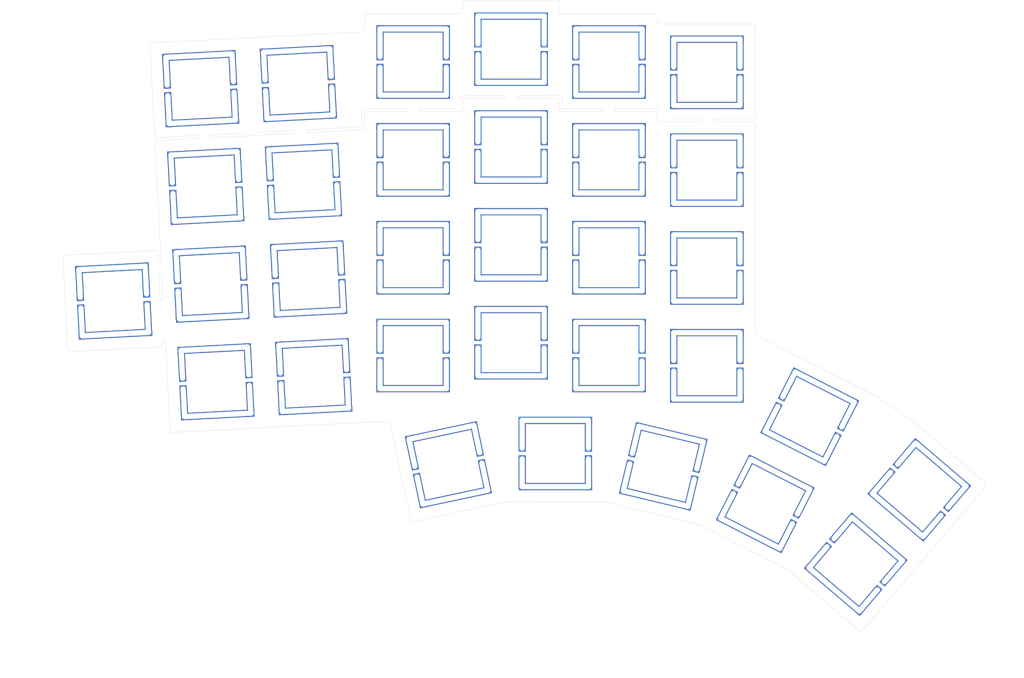
<source format=kicad_pcb>
(kicad_pcb (version 20211014) (generator pcbnew)
  (layers (0 "F.Cu" signal) (31 "B.Cu" signal) (34 "B.Paste" user) (35 "F.Paste" user) (36 "B.SilkS" user "B.Silkscreen") (37 "F.SilkS" user "F.Silkscreen") (38 "B.Mask" user) (39 "F.Mask" user) (44 "Edge.Cuts" user))
  (net 0 "")
  (footprint "used_footprints:metallized_breakout_cutout" (layer "F.Cu") (at 119.668078 99.050334 180)
    (fp_text reference "SW22")
    (fp_text value "SW_Push" hide)
    (pad "1" thru_hole custom (at -6.45 -3.75) (size 1.4 6.8) (drill oval 1 6.4) (layers *.Cu *.Mask) (options (clearance outline) (anchor rect)) (primitives))
    (pad "1" thru_hole custom (at -6.45 3.75 180) (size 1.4 6.8) (drill oval 1 6.4) (layers *.Cu *.Mask) (options (clearance outline) (anchor rect)) (primitives))
    (pad "1" thru_hole custom (at 0 -6.45 270) (size 1.4 14.3) (drill oval 1 13.9) (layers *.Cu *.Mask) (options (clearance outline) (anchor rect)) (primitives))
    (pad "1" thru_hole custom (at 6.45 3.75) (size 1.4 6.8) (drill oval 1 6.4) (layers *.Cu *.Mask) (options (clearance outline) (anchor rect)) (primitives))
    (pad "1" thru_hole custom (at 6.45 -3.75) (size 1.4 6.8) (drill oval 1 6.4) (layers *.Cu *.Mask) (options (clearance outline) (anchor rect)) (primitives))
    (pad "1" thru_hole custom (at 0 6.45 90) (size 1.4 14.3) (drill oval 1 13.9) (layers *.Cu *.Mask) (options (clearance outline) (anchor rect)) (primitives))
  )
  (footprint "used_footprints:M2_HOLE_PCB" (layer "F.Cu") (at 181.192737 116.337767 -13.5)
    (fp_text reference "HM14" hide)
    (fp_text value "CaseHole" hide)
    (pad "" np_thru_hole circle locked (at 0 0 346.5) (size 2.2 2.2) (drill 2.2) (layers *.Cu *.Mask))
  )
  (footprint "used_footprints:metallized_breakout_cutout" (layer "F.Cu") (at 157.768076 99.050323 180)
    (fp_text reference "SW24")
    (fp_text value "SW_Push" hide)
    (pad "1" thru_hole custom (at -6.45 -3.75 180) (size 1.4 6.8) (drill oval 1 6.4) (layers *.Cu *.Mask) (options (clearance outline) (anchor rect)) (primitives))
    (pad "1" thru_hole custom (at -6.45 3.75 180) (size 1.4 6.8) (drill oval 1 6.4) (layers *.Cu *.Mask) (options (clearance outline) (anchor rect)) (primitives))
    (pad "1" thru_hole custom (at 6.45 -3.75) (size 1.4 6.8) (drill oval 1 6.4) (layers *.Cu *.Mask) (options (clearance outline) (anchor rect)) (primitives))
    (pad "1" thru_hole custom (at 6.45 3.75) (size 1.4 6.8) (drill oval 1 6.4) (layers *.Cu *.Mask) (options (clearance outline) (anchor rect)) (primitives))
    (pad "1" thru_hole custom (at 0 6.45 90) (size 1.4 14.3) (drill oval 1 13.9) (layers *.Cu *.Mask) (options (clearance outline) (anchor rect)) (primitives))
    (pad "1" thru_hole custom (at 0 -6.45 270) (size 1.4 14.3) (drill oval 1 13.9) (layers *.Cu *.Mask) (options (clearance outline) (anchor rect)) (primitives))
  )
  (footprint "used_footprints:metallized_breakout_cutout" (layer "F.Cu") (at 97.330574 46.094583 -177)
    (fp_text reference "SW2")
    (fp_text value "SW_Push" hide)
    (pad "1" thru_hole custom (at 6.45 3.75 3) (size 1.4 6.8) (drill oval 1 6.4) (layers *.Cu *.Mask) (options (clearance outline) (anchor rect)) (primitives))
    (pad "1" thru_hole custom (at 0 6.45 93) (size 1.4 14.3) (drill oval 1 13.9) (layers *.Cu *.Mask) (options (clearance outline) (anchor rect)) (primitives))
    (pad "1" thru_hole custom (at 6.45 -3.75 3) (size 1.4 6.8) (drill oval 1 6.4) (layers *.Cu *.Mask) (options (clearance outline) (anchor rect)) (primitives))
    (pad "1" thru_hole custom (at -6.45 3.75 183) (size 1.4 6.8) (drill oval 1 6.4) (layers *.Cu *.Mask) (options (clearance outline) (anchor rect)) (primitives))
    (pad "1" thru_hole custom (at 0 -6.45 273) (size 1.4 14.3) (drill oval 1 13.9) (layers *.Cu *.Mask) (options (clearance outline) (anchor rect)) (primitives))
    (pad "1" thru_hole custom (at -6.45 -3.75 183) (size 1.4 6.8) (drill oval 1 6.4) (layers *.Cu *.Mask) (options (clearance outline) (anchor rect)) (primitives))
  )
  (footprint "used_footprints:M2_HOLE_PCB" (layer "F.Cu") (at 167.950818 72.488822)
    (fp_text reference "HM10" hide)
    (fp_text value "CaseHole" hide)
    (pad "" np_thru_hole circle locked (at 0 0) (size 2.2 2.2) (drill 2.2) (layers *.Cu *.Mask))
  )
  (footprint "used_footprints:M2_HOLE_PCB" (layer "F.Cu") (at 129.820826 67.978839)
    (fp_text reference "HM11" hide)
    (fp_text value "CaseHole" hide)
    (pad "" np_thru_hole circle locked (at 0 0) (size 2.2 2.2) (drill 2.2) (layers *.Cu *.Mask))
  )
  (footprint "used_footprints:metallized_breakout_cutout" (layer "F.Cu") (at 176.818058 101.050344 180)
    (fp_text reference "SW25")
    (fp_text value "SW_Push" hide)
    (pad "1" thru_hole custom (at -6.45 3.75 180) (size 1.4 6.8) (drill oval 1 6.4) (layers *.Cu *.Mask) (options (clearance outline) (anchor rect)) (primitives))
    (pad "1" thru_hole custom (at 6.45 -3.75) (size 1.4 6.8) (drill oval 1 6.4) (layers *.Cu *.Mask) (options (clearance outline) (anchor rect)) (primitives))
    (pad "1" thru_hole custom (at 0 6.45 90) (size 1.4 14.3) (drill oval 1 13.9) (layers *.Cu *.Mask) (options (clearance outline) (anchor rect)) (primitives))
    (pad "1" thru_hole custom (at 0 -6.45 270) (size 1.4 14.3) (drill oval 1 13.9) (layers *.Cu *.Mask) (options (clearance outline) (anchor rect)) (primitives))
    (pad "1" thru_hole custom (at -6.45 -3.75) (size 1.4 6.8) (drill oval 1 6.4) (layers *.Cu *.Mask) (options (clearance outline) (anchor rect)) (primitives))
    (pad "1" thru_hole custom (at 6.45 3.75) (size 1.4 6.8) (drill oval 1 6.4) (layers *.Cu *.Mask) (options (clearance outline) (anchor rect)) (primitives))
  )
  (footprint "used_footprints:metallized_breakout_cutout" (layer "F.Cu") (at 138.718077 96.542838 180)
    (fp_text reference "SW23")
    (fp_text value "SW_Push" hide)
    (pad "1" thru_hole custom (at -6.45 3.75 180) (size 1.4 6.8) (drill oval 1 6.4) (layers *.Cu *.Mask) (options (clearance outline) (anchor rect)) (primitives))
    (pad "1" thru_hole custom (at 6.45 3.75) (size 1.4 6.8) (drill oval 1 6.4) (layers *.Cu *.Mask) (options (clearance outline) (anchor rect)) (primitives))
    (pad "1" thru_hole custom (at 0 -6.45 270) (size 1.4 14.3) (drill oval 1 13.9) (layers *.Cu *.Mask) (options (clearance outline) (anchor rect)) (primitives))
    (pad "1" thru_hole custom (at 6.45 -3.75) (size 1.4 6.8) (drill oval 1 6.4) (layers *.Cu *.Mask) (options (clearance outline) (anchor rect)) (primitives))
    (pad "1" thru_hole custom (at -6.45 -3.75) (size 1.4 6.8) (drill oval 1 6.4) (layers *.Cu *.Mask) (options (clearance outline) (anchor rect)) (primitives))
    (pad "1" thru_hole custom (at 0 6.45 90) (size 1.4 14.3) (drill oval 1 13.9) (layers *.Cu *.Mask) (options (clearance outline) (anchor rect)) (primitives))
  )
  (footprint "used_footprints:metallized_breakout_cutout" (layer "F.Cu") (at 205.782503 139.686126 -40.5)
    (fp_text reference "SW32")
    (fp_text value "SW_Push" hide)
    (pad "1" thru_hole custom (at -6.45 -3.75 139.5) (size 1.4 6.8) (drill oval 1 6.4) (layers *.Cu *.Mask) (options (clearance outline) (anchor rect)) (primitives))
    (pad "1" thru_hole custom (at 0 6.45 49.5) (size 1.4 14.3) (drill oval 1 13.9) (layers *.Cu *.Mask) (options (clearance outline) (anchor rect)) (primitives))
    (pad "1" thru_hole custom (at 6.45 3.75 319.5) (size 1.4 6.8) (drill oval 1 6.4) (layers *.Cu *.Mask) (options (clearance outline) (anchor rect)) (primitives))
    (pad "1" thru_hole custom (at 6.45 -3.75 319.5) (size 1.4 6.8) (drill oval 1 6.4) (layers *.Cu *.Mask) (options (clearance outline) (anchor rect)) (primitives))
    (pad "1" thru_hole custom (at 0 -6.45 49.5) (size 1.4 14.3) (drill oval 1 13.9) (layers *.Cu *.Mask) (options (clearance outline) (anchor rect)) (primitives))
    (pad "1" thru_hole custom (at -6.45 3.75 139.5) (size 1.4 6.8) (drill oval 1 6.4) (layers *.Cu *.Mask) (options (clearance outline) (anchor rect)) (primitives))
  )
  (footprint "used_footprints:metallized_breakout_cutout" (layer "F.Cu") (at 147.329402 118.124445)
    (fp_text reference "SW29")
    (fp_text value "SW_Push" hide)
    (pad "1" thru_hole custom (at 0 -6.45 270) (size 1.4 14.3) (drill oval 1 13.9) (layers *.Cu *.Mask) (options (clearance outline) (anchor rect)) (primitives))
    (pad "1" thru_hole custom (at -6.45 3.75 180) (size 1.4 6.8) (drill oval 1 6.4) (layers *.Cu *.Mask) (options (clearance outline) (anchor rect)) (primitives))
    (pad "1" thru_hole custom (at 6.45 -3.75) (size 1.4 6.8) (drill oval 1 6.4) (layers *.Cu *.Mask) (options (clearance outline) (anchor rect)) (primitives))
    (pad "1" thru_hole custom (at 0 6.45 90) (size 1.4 14.3) (drill oval 1 13.9) (layers *.Cu *.Mask) (options (clearance outline) (anchor rect)) (primitives))
    (pad "1" thru_hole custom (at -6.45 -3.75 180) (size 1.4 6.8) (drill oval 1 6.4) (layers *.Cu *.Mask) (options (clearance outline) (anchor rect)) (primitives))
    (pad "1" thru_hole custom (at 6.45 3.75 180) (size 1.4 6.8) (drill oval 1 6.4) (layers *.Cu *.Mask) (options (clearance outline) (anchor rect)) (primitives))
  )
  (footprint "used_footprints:metallized_breakout_cutout" (layer "F.Cu") (at 218.15445 125.200445 -40.5)
    (fp_text reference "SW19")
    (fp_text value "SW_Push" hide)
    (pad "1" thru_hole custom (at -6.45 3.75 319.5) (size 1.4 6.8) (drill oval 1 6.4) (layers *.Cu *.Mask) (options (clearance outline) (anchor rect)) (primitives))
    (pad "1" thru_hole custom (at 6.45 3.75 139.5) (size 1.4 6.8) (drill oval 1 6.4) (layers *.Cu *.Mask) (options (clearance outline) (anchor rect)) (primitives))
    (pad "1" thru_hole custom (at 6.45 -3.75 139.5) (size 1.4 6.8) (drill oval 1 6.4) (layers *.Cu *.Mask) (options (clearance outline) (anchor rect)) (primitives))
    (pad "1" thru_hole custom (at 0 -6.45 49.5) (size 1.4 14.3) (drill oval 1 13.9) (layers *.Cu *.Mask) (options (clearance outline) (anchor rect)) (primitives))
    (pad "1" thru_hole custom (at -6.45 -3.75 319.5) (size 1.4 6.8) (drill oval 1 6.4) (layers *.Cu *.Mask) (options (clearance outline) (anchor rect)) (primitives))
    (pad "1" thru_hole custom (at 0 6.45 49.5) (size 1.4 14.3) (drill oval 1 13.9) (layers *.Cu *.Mask) (options (clearance outline) (anchor rect)) (primitives))
  )
  (footprint "used_footprints:M2_HOLE_PCB" (layer "F.Cu") (at 136.052715 110.907741 -6)
    (fp_text reference "HM13" hide)
    (fp_text value "CaseHole" hide)
    (pad "" np_thru_hole circle locked (at 0 0 354) (size 2.2 2.2) (drill 2.2) (layers *.Cu *.Mask))
  )
  (footprint "used_footprints:metallized_breakout_cutout" (layer "F.Cu") (at 126.523465 120.318577 12)
    (fp_text reference "SW28")
    (fp_text value "SW_Push" hide)
    (pad "1" thru_hole custom (at -6.45 3.75 192) (size 1.4 6.8) (drill oval 1 6.4) (layers *.Cu *.Mask) (options (clearance outline) (anchor rect)) (primitives))
    (pad "1" thru_hole custom (at 6.45 3.75 12) (size 1.4 6.8) (drill oval 1 6.4) (layers *.Cu *.Mask) (options (clearance outline) (anchor rect)) (primitives))
    (pad "1" thru_hole custom (at 0 -6.45 282) (size 1.4 14.3) (drill oval 1 13.9) (layers *.Cu *.Mask) (options (clearance outline) (anchor rect)) (primitives))
    (pad "1" thru_hole custom (at 6.45 -3.75 12) (size 1.4 6.8) (drill oval 1 6.4) (layers *.Cu *.Mask) (options (clearance outline) (anchor rect)) (primitives))
    (pad "1" thru_hole custom (at 0 6.45 102) (size 1.4 14.3) (drill oval 1 13.9) (layers *.Cu *.Mask) (options (clearance outline) (anchor rect)) (primitives))
    (pad "1" thru_hole custom (at -6.45 -3.75 192) (size 1.4 6.8) (drill oval 1 6.4) (layers *.Cu *.Mask) (options (clearance outline) (anchor rect)) (primitives))
  )
  (footprint "used_footprints:metallized_breakout_cutout" (layer "F.Cu") (at 188.191146 127.9346 -27)
    (fp_text reference "SW31")
    (fp_text value "SW_Push" hide)
    (pad "1" thru_hole custom (at 6.45 3.75 333) (size 1.4 6.8) (drill oval 1 6.4) (layers *.Cu *.Mask) (options (clearance outline) (anchor rect)) (primitives))
    (pad "1" thru_hole custom (at 0 -6.45 63) (size 1.4 14.3) (drill oval 1 13.9) (layers *.Cu *.Mask) (options (clearance outline) (anchor rect)) (primitives))
    (pad "1" thru_hole custom (at 0 6.45 63) (size 1.4 14.3) (drill oval 1 13.9) (layers *.Cu *.Mask) (options (clearance outline) (anchor rect)) (primitives))
    (pad "1" thru_hole custom (at -6.45 3.75 153) (size 1.4 6.8) (drill oval 1 6.4) (layers *.Cu *.Mask) (options (clearance outline) (anchor rect)) (primitives))
    (pad "1" thru_hole custom (at 6.45 -3.75 333) (size 1.4 6.8) (drill oval 1 6.4) (layers *.Cu *.Mask) (options (clearance outline) (anchor rect)) (primitives))
    (pad "1" thru_hole custom (at -6.45 -3.75 153) (size 1.4 6.8) (drill oval 1 6.4) (layers *.Cu *.Mask) (options (clearance outline) (anchor rect)) (primitives))
  )
  (footprint "used_footprints:metallized_breakout_cutout" (layer "F.Cu") (at 168.340805 120.624025 -13.5)
    (fp_text reference "SW30")
    (fp_text value "SW_Push" hide)
    (pad "1" thru_hole custom (at 0 -6.45 256.5) (size 1.4 14.3) (drill oval 1 13.9) (layers *.Cu *.Mask) (options (clearance outline) (anchor rect)) (primitives))
    (pad "1" thru_hole custom (at 6.45 -3.75 166.5) (size 1.4 6.8) (drill oval 1 6.4) (layers *.Cu *.Mask) (options (clearance outline) (anchor rect)) (primitives))
    (pad "1" thru_hole custom (at -6.45 -3.75 166.5) (size 1.4 6.8) (drill oval 1 6.4) (layers *.Cu *.Mask) (options (clearance outline) (anchor rect)) (primitives))
    (pad "1" thru_hole custom (at -6.45 3.75 166.5) (size 1.4 6.8) (drill oval 1 6.4) (layers *.Cu *.Mask) (options (clearance outline) (anchor rect)) (primitives))
    (pad "1" thru_hole custom (at 6.45 3.75 166.5) (size 1.4 6.8) (drill oval 1 6.4) (layers *.Cu *.Mask) (options (clearance outline) (anchor rect)) (primitives))
    (pad "1" thru_hole custom (at 0 6.45 76.5) (size 1.4 14.3) (drill oval 1 13.9) (layers *.Cu *.Mask) (options (clearance outline) (anchor rect)) (primitives))
  )
  (footprint "used_footprints:metallized_breakout_cutout" (layer "F.Cu") (at 79.303681 66.115488 -177)
    (fp_text reference "SW7")
    (fp_text value "SW_Push" hide)
    (pad "1" thru_hole custom (at -6.45 -3.75 183) (size 1.4 6.8) (drill oval 1 6.4) (layers *.Cu *.Mask) (options (clearance outline) (anchor rect)) (primitives))
    (pad "1" thru_hole custom (at -6.45 3.75 183) (size 1.4 6.8) (drill oval 1 6.4) (layers *.Cu *.Mask) (options (clearance outline) (anchor rect)) (primitives))
    (pad "1" thru_hole custom (at 0 6.45 93) (size 1.4 14.3) (drill oval 1 13.9) (layers *.Cu *.Mask) (options (clearance outline) (anchor rect)) (primitives))
    (pad "1" thru_hole custom (at 6.45 3.75 3) (size 1.4 6.8) (drill oval 1 6.4) (layers *.Cu *.Mask) (options (clearance outline) (anchor rect)) (primitives))
    (pad "1" thru_hole custom (at 0 -6.45 273) (size 1.4 14.3) (drill oval 1 13.9) (layers *.Cu *.Mask) (options (clearance outline) (anchor rect)) (primitives))
    (pad "1" thru_hole custom (at 6.45 -3.75 3) (size 1.4 6.8) (drill oval 1 6.4) (layers *.Cu *.Mask) (options (clearance outline) (anchor rect)) (primitives))
  )
  (footprint "used_footprints:metallized_breakout_cutout" (layer "F.Cu") (at 80.300681 85.139386 -177)
    (fp_text reference "SW13")
    (fp_text value "SW_Push" hide)
    (pad "1" thru_hole custom (at -6.45 -3.75 183) (size 1.4 6.8) (drill oval 1 6.4) (layers *.Cu *.Mask) (options (clearance outline) (anchor rect)) (primitives))
    (pad "1" thru_hole custom (at 0 6.45 93) (size 1.4 14.3) (drill oval 1 13.9) (layers *.Cu *.Mask) (options (clearance outline) (anchor rect)) (primitives))
    (pad "1" thru_hole custom (at 0 -6.45 273) (size 1.4 14.3) (drill oval 1 13.9) (layers *.Cu *.Mask) (options (clearance outline) (anchor rect)) (primitives))
    (pad "1" thru_hole custom (at 6.45 -3.75 3) (size 1.4 6.8) (drill oval 1 6.4) (layers *.Cu *.Mask) (options (clearance outline) (anchor rect)) (primitives))
    (pad "1" thru_hole custom (at 6.45 3.75 3) (size 1.4 6.8) (drill oval 1 6.4) (layers *.Cu *.Mask) (options (clearance outline) (anchor rect)) (primitives))
    (pad "1" thru_hole custom (at -6.45 3.75 183) (size 1.4 6.8) (drill oval 1 6.4) (layers *.Cu *.Mask) (options (clearance outline) (anchor rect)) (primitives))
  )
  (footprint "used_footprints:metallized_breakout_cutout" (layer "F.Cu") (at 98.327586 65.118492 -177)
    (fp_text reference "SW8")
    (fp_text value "SW_Push" hide)
    (pad "1" thru_hole custom (at -6.45 3.75 183) (size 1.4 6.8) (drill oval 1 6.4) (layers *.Cu *.Mask) (options (clearance outline) (anchor rect)) (primitives))
    (pad "1" thru_hole custom (at 0 6.45 93) (size 1.4 14.3) (drill oval 1 13.9) (layers *.Cu *.Mask) (options (clearance outline) (anchor rect)) (primitives))
    (pad "1" thru_hole custom (at -6.45 -3.75 3) (size 1.4 6.8) (drill oval 1 6.4) (layers *.Cu *.Mask) (options (clearance outline) (anchor rect)) (primitives))
    (pad "1" thru_hole custom (at 0 -6.45 273) (size 1.4 14.3) (drill oval 1 13.9) (layers *.Cu *.Mask) (options (clearance outline) (anchor rect)) (primitives))
    (pad "1" thru_hole custom (at 6.45 3.75 3) (size 1.4 6.8) (drill oval 1 6.4) (layers *.Cu *.Mask) (options (clearance outline) (anchor rect)) (primitives))
    (pad "1" thru_hole custom (at 6.45 -3.75 3) (size 1.4 6.8) (drill oval 1 6.4) (layers *.Cu *.Mask) (options (clearance outline) (anchor rect)) (primitives))
  )
  (footprint "used_footprints:metallized_breakout_cutout" (layer "F.Cu") (at 119.668069 80.000343 180)
    (fp_text reference "SW15")
    (fp_text value "SW_Push1" hide)
    (pad "1" thru_hole custom (at 6.45 -3.75) (size 1.4 6.8) (drill oval 1 6.4) (layers *.Cu *.Mask) (options (clearance outline) (anchor rect)) (primitives))
    (pad "1" thru_hole custom (at 0 6.45 90) (size 1.4 14.3) (drill oval 1 13.9) (layers *.Cu *.Mask) (options (clearance outline) (anchor rect)) (primitives))
    (pad "1" thru_hole custom (at -6.45 -3.75 180) (size 1.4 6.8) (drill oval 1 6.4) (layers *.Cu *.Mask) (options (clearance outline) (anchor rect)) (primitives))
    (pad "1" thru_hole custom (at 0 -6.45 270) (size 1.4 14.3) (drill oval 1 13.9) (layers *.Cu *.Mask) (options (clearance outline) (anchor rect)) (primitives))
    (pad "1" thru_hole custom (at -6.45 3.75 180) (size 1.4 6.8) (drill oval 1 6.4) (layers *.Cu *.Mask) (options (clearance outline) (anchor rect)) (primitives))
    (pad "1" thru_hole custom (at 6.45 3.75) (size 1.4 6.8) (drill oval 1 6.4) (layers *.Cu *.Mask) (options (clearance outline) (anchor rect)) (primitives))
  )
  (footprint "used_footprints:metallized_breakout_cutout" (layer "F.Cu") (at 176.818084 82.000343 180)
    (fp_text reference "SW18")
    (fp_text value "SW_Push" hide)
    (pad "1" thru_hole custom (at 0 6.45 90) (size 1.4 14.3) (drill oval 1 13.9) (layers *.Cu *.Mask) (options (clearance outline) (anchor rect)) (primitives))
    (pad "1" thru_hole custom (at 0 -6.45 90) (size 1.4 14.3) (drill oval 1 13.9) (layers *.Cu *.Mask) (options (clearance outline) (anchor rect)) (primitives))
    (pad "1" thru_hole custom (at -6.45 3.75 180) (size 1.4 6.8) (drill oval 1 6.4) (layers *.Cu *.Mask) (options (clearance outline) (anchor rect)) (primitives))
    (pad "1" thru_hole custom (at 6.45 3.75) (size 1.4 6.8) (drill oval 1 6.4) (layers *.Cu *.Mask) (options (clearance outline) (anchor rect)) (primitives))
    (pad "1" thru_hole custom (at -6.45 -3.75 180) (size 1.4 6.8) (drill oval 1 6.4) (layers *.Cu *.Mask) (options (clearance outline) (anchor rect)) (primitives))
    (pad "1" thru_hole custom (at 6.45 -3.75) (size 1.4 6.8) (drill oval 1 6.4) (layers *.Cu *.Mask) (options (clearance outline) (anchor rect)) (primitives))
  )
  (footprint "used_footprints:metallized_breakout_cutout" (layer "F.Cu") (at 81.297667 104.163266 -177)
    (fp_text reference "SW20")
    (fp_text value "SW_Push" hide)
    (pad "1" thru_hole custom (at 6.45 3.75 3) (size 1.4 6.8) (drill oval 1 6.4) (layers *.Cu *.Mask) (options (clearance outline) (anchor rect)) (primitives))
    (pad "1" thru_hole custom (at 0 6.45 93) (size 1.4 14.3) (drill oval 1 13.9) (layers *.Cu *.Mask) (options (clearance outline) (anchor rect)) (primitives))
    (pad "1" thru_hole custom (at 6.45 -3.75 3) (size 1.4 6.8) (drill oval 1 6.4) (layers *.Cu *.Mask) (options (clearance outline) (anchor rect)) (primitives))
    (pad "1" thru_hole custom (at -6.45 -3.75 183) (size 1.4 6.8) (drill oval 1 6.4) (layers *.Cu *.Mask) (options (clearance outline) (anchor rect)) (primitives))
    (pad "1" thru_hole custom (at -6.45 3.75 183) (size 1.4 6.8) (drill oval 1 6.4) (layers *.Cu *.Mask) (options (clearance outline) (anchor rect)) (primitives))
    (pad "1" thru_hole custom (at 0 -6.45 273) (size 1.4 14.3) (drill oval 1 13.9) (layers *.Cu *.Mask) (options (clearance outline) (anchor rect)) (primitives))
  )
  (footprint "used_footprints:metallized_breakout_cutout" (layer "F.Cu") (at 138.718056 77.500349 180)
    (fp_text reference "SW16")
    (fp_text value "SW_Push" hide)
    (pad "1" thru_hole custom (at -6.45 -3.75) (size 1.4 6.8) (drill oval 1 6.4) (layers *.Cu *.Mask) (options (clearance outline) (anchor rect)) (primitives))
    (pad "1" thru_hole custom (at 6.45 -3.75) (size 1.4 6.8) (drill oval 1 6.4) (layers *.Cu *.Mask) (options (clearance outline) (anchor rect)) (primitives))
    (pad "1" thru_hole custom (at 0 -6.45 90) (size 1.4 14.3) (drill oval 1 13.9) (layers *.Cu *.Mask) (options (clearance outline) (anchor rect)) (primitives))
    (pad "1" thru_hole custom (at 6.45 3.75) (size 1.4 6.8) (drill oval 1 6.4) (layers *.Cu *.Mask) (options (clearance outline) (anchor rect)) (primitives))
    (pad "1" thru_hole custom (at -6.45 3.75 180) (size 1.4 6.8) (drill oval 1 6.4) (layers *.Cu *.Mask) (options (clearance outline) (anchor rect)) (primitives))
    (pad "1" thru_hole custom (at 0 6.45 90) (size 1.4 14.3) (drill oval 1 13.9) (layers *.Cu *.Mask) (options (clearance outline) (anchor rect)) (primitives))
  )
  (footprint "used_footprints:M2_HOLE_PCB" (layer "F.Cu") (at 128.183658 50.401732)
    (fp_text reference "HM9" hide)
    (fp_text value "CaseHole" hide)
    (pad "" np_thru_hole circle locked (at 0 0) (size 2.2 2.2) (drill 2.2) (layers *.Cu *.Mask))
  )
  (footprint "used_footprints:M2_HOLE_PCB" (layer "F.Cu") (at 89.29049 75.155207 3)
    (fp_text reference "HM8" hide)
    (fp_text value "CaseHole" hide)
    (pad "" np_thru_hole circle locked (at 0 0 3) (size 2.2 2.2) (drill 2.2) (layers *.Cu *.Mask))
  )
  (footprint "used_footprints:M2_HOLE_PCB" (layer "F.Cu") (at 88.26586 55.103566 3)
    (fp_text reference "HM7" hide)
    (fp_text value "CaseHole" hide)
    (pad "" np_thru_hole circle locked (at 0 0 3) (size 2.2 2.2) (drill 2.2) (layers *.Cu *.Mask))
  )
  (footprint "used_footprints:M2_HOLE_PCB" (layer "F.Cu") (at 90.287461 94.179108 3)
    (fp_text reference "HM6" hide)
    (fp_text value "CaseHole" hide)
    (pad "" np_thru_hole circle locked (at 0 0 3) (size 2.2 2.2) (drill 2.2) (layers *.Cu *.Mask))
  )
  (footprint "used_footprints:M2_HOLE_PCB" (layer "F.Cu") (at 71.132733 92.679547 3)
    (fp_text reference "HM5" hide)
    (fp_text value "CaseHole" hide)
    (pad "" np_thru_hole circle locked (at 0 0 3) (size 2.2 2.2) (drill 2.2) (layers *.Cu *.Mask))
  )
  (footprint "used_footprints:M2_HOLE_PCB" (layer "F.Cu") (at 158.822719 110.987745)
    (fp_text reference "HM4" hide)
    (fp_text value "CaseHole" hide)
    (pad "" np_thru_hole circle locked (at 0 0) (size 2.2 2.2) (drill 2.2) (layers *.Cu *.Mask))
  )
  (footprint "used_footprints:M2_HOLE_PCB" (layer "F.Cu") (at 201.699183 126.759819 4.5)
    (fp_text reference "HM3" hide)
    (fp_text value "CaseHole" hide)
    (pad "" np_thru_hole circle locked (at 0 0 4.5) (size 2.2 2.2) (drill 2.2) (layers *.Cu *.Mask))
  )
  (footprint "used_footprints:M2_HOLE_PCB" (layer "F.Cu") (at 168.323658 52.401731 14.5)
    (fp_text reference "HM2" hide)
    (fp_text value "CaseHole" hide)
    (pad "" np_thru_hole circle locked (at 0 0 14.5) (size 2.2 2.2) (drill 2.2) (layers *.Cu *.Mask))
  )
  (footprint "used_footprints:metallized_breakout_cutout" (layer "F.Cu") (at 157.768056 80.000313 180)
    (fp_text reference "SW17")
    (fp_text value "SW_Push" hide)
    (pad "1" thru_hole custom (at 0 -6.45 90) (size 1.4 14.3) (drill oval 1 13.9) (layers *.Cu *.Mask) (options (clearance outline) (anchor rect)) (primitives))
    (pad "1" thru_hole custom (at 6.45 -3.75) (size 1.4 6.8) (drill oval 1 6.4) (layers *.Cu *.Mask) (options (clearance outline) (anchor rect)) (primitives))
    (pad "1" thru_hole custom (at 0 6.45 90) (size 1.4 14.3) (drill oval 1 13.9) (layers *.Cu *.Mask) (options (clearance outline) (anchor rect)) (primitives))
    (pad "1" thru_hole custom (at -6.45 -3.75) (size 1.4 6.8) (drill oval 1 6.4) (layers *.Cu *.Mask) (options (clearance outline) (anchor rect)) (primitives))
    (pad "1" thru_hole custom (at 6.45 3.75) (size 1.4 6.8) (drill oval 1 6.4) (layers *.Cu *.Mask) (options (clearance outline) (anchor rect)) (primitives))
    (pad "1" thru_hole custom (at -6.45 3.75) (size 1.4 6.8) (drill oval 1 6.4) (layers *.Cu *.Mask) (options (clearance outline) (anchor rect)) (primitives))
  )
  (footprint "used_footprints:metallized_breakout_cutout" (layer "F.Cu") (at 100.321567 103.166281 -177)
    (fp_text reference "SW21")
    (fp_text value "SW_Push" hide)
    (pad "1" thru_hole custom (at 6.45 -3.75 3) (size 1.4 6.8) (drill oval 1 6.4) (layers *.Cu *.Mask) (options (clearance outline) (anchor rect)) (primitives))
    (pad "1" thru_hole custom (at 0 -6.45 273) (size 1.4 14.3) (drill oval 1 13.9) (layers *.Cu *.Mask) (options (clearance outline) (anchor rect)) (primitives))
    (pad "1" thru_hole custom (at -6.45 -3.75 183) (size 1.4 6.8) (drill oval 1 6.4) (layers *.Cu *.Mask) (options (clearance outline) (anchor rect)) (primitives))
    (pad "1" thru_hole custom (at 6.45 3.75 3) (size 1.4 6.8) (drill oval 1 6.4) (layers *.Cu *.Mask) (options (clearance outline) (anchor rect)) (primitives))
    (pad "1" thru_hole custom (at -6.45 3.75 183) (size 1.4 6.8) (drill oval 1 6.4) (layers *.Cu *.Mask) (options (clearance outline) (anchor rect)) (primitives))
    (pad "1" thru_hole custom (at 0 6.45 93) (size 1.4 14.3) (drill oval 1 13.9) (layers *.Cu *.Mask) (options (clearance outline) (anchor rect)) (primitives))
  )
  (footprint "used_footprints:metallized_breakout_cutout" (layer "F.Cu") (at 196.839673 110.960956 -27)
    (fp_text reference "SW26")
    (fp_text value "SW_Push" hide)
    (pad "1" thru_hole custom (at -6.45 -3.75 153) (size 1.4 6.8) (drill oval 1 6.4) (layers *.Cu *.Mask) (options (clearance outline) (anchor rect)) (primitives))
    (pad "1" thru_hole custom (at 0 6.45 63) (size 1.4 14.3) (drill oval 1 13.9) (layers *.Cu *.Mask) (options (clearance outline) (anchor rect)) (primitives))
    (pad "1" thru_hole custom (at 6.45 -3.75 153) (size 1.4 6.8) (drill oval 1 6.4) (layers *.Cu *.Mask) (options (clearance outline) (anchor rect)) (primitives))
    (pad "1" thru_hole custom (at 6.45 3.75 153) (size 1.4 6.8) (drill oval 1 6.4) (layers *.Cu *.Mask) (options (clearance outline) (anchor rect)) (primitives))
    (pad "1" thru_hole custom (at 0 -6.45 63) (size 1.4 14.3) (drill oval 1 13.9) (layers *.Cu *.Mask) (options (clearance outline) (anchor rect)) (primitives))
    (pad "1" thru_hole custom (at -6.45 3.75 333) (size 1.4 6.8) (drill oval 1 6.4) (layers *.Cu *.Mask) (options (clearance outline) (anchor rect)) (primitives))
  )
  (footprint "used_footprints:metallized_breakout_cutout" (layer "F.Cu") (at 176.81807 62.950316 180)
    (fp_text reference "SW12")
    (fp_text value "SW_Push" hide)
    (pad "1" thru_hole custom (at 0 6.45 90) (size 1.4 14.3) (drill oval 1 13.9) (layers *.Cu *.Mask) (options (clearance outline) (anchor rect)) (primitives))
    (pad "1" thru_hole custom (at -6.45 -3.75) (size 1.4 6.8) (drill oval 1 6.4) (layers *.Cu *.Mask) (options (clearance outline) (anchor rect)) (primitives))
    (pad "1" thru_hole custom (at 0 -6.45 270) (size 1.4 14.3) (drill oval 1 13.9) (layers *.Cu *.Mask) (options (clearance outline) (anchor rect)) (primitives))
    (pad "1" thru_hole custom (at -6.45 3.75 180) (size 1.4 6.8) (drill oval 1 6.4) (layers *.Cu *.Mask) (options (clearance outline) (anchor rect)) (primitives))
    (pad "1" thru_hole custom (at 6.45 -3.75) (size 1.4 6.8) (drill oval 1 6.4) (layers *.Cu *.Mask) (options (clearance outline) (anchor rect)) (primitives))
    (pad "1" thru_hole custom (at 6.45 3.75) (size 1.4 6.8) (drill oval 1 6.4) (layers *.Cu *.Mask) (options (clearance outline) (anchor rect)) (primitives))
  )
  (footprint "used_footprints:metallized_breakout_cutout" (layer "F.Cu") (at 157.768081 60.950336 180)
    (fp_text reference "SW11")
    (fp_text value "SW_Push" hide)
    (pad "1" thru_hole custom (at -6.45 -3.75 180) (size 1.4 6.8) (drill oval 1 6.4) (layers *.Cu *.Mask) (options (clearance outline) (anchor rect)) (primitives))
    (pad "1" thru_hole custom (at 0 -6.45 270) (size 1.4 14.3) (drill oval 1 13.9) (layers *.Cu *.Mask) (options (clearance outline) (anchor rect)) (primitives))
    (pad "1" thru_hole custom (at -6.45 3.75 180) (size 1.4 6.8) (drill oval 1 6.4) (layers *.Cu *.Mask) (options (clearance outline) (anchor rect)) (primitives))
    (pad "1" thru_hole custom (at 0 6.45 90) (size 1.4 14.3) (drill oval 1 13.9) (layers *.Cu *.Mask) (options (clearance outline) (anchor rect)) (primitives))
    (pad "1" thru_hole custom (at 6.45 3.75) (size 1.4 6.8) (drill oval 1 6.4) (layers *.Cu *.Mask) (options (clearance outline) (anchor rect)) (primitives))
    (pad "1" thru_hole custom (at 6.45 -3.75) (size 1.4 6.8) (drill oval 1 6.4) (layers *.Cu *.Mask) (options (clearance outline) (anchor rect)) (primitives))
  )
  (footprint "used_footprints:metallized_breakout_cutout" (layer "F.Cu") (at 157.768085 41.900311 180)
    (fp_text reference "SW5")
    (fp_text value "SW_Push" hide)
    (pad "1" thru_hole custom (at -6.45 -3.75 180) (size 1.4 6.8) (drill oval 1 6.4) (layers *.Cu *.Mask) (options (clearance outline) (anchor rect)) (primitives))
    (pad "1" thru_hole custom (at 0 -6.45 270) (size 1.4 14.3) (drill oval 1 13.9) (layers *.Cu *.Mask) (options (clearance outline) (anchor rect)) (primitives))
    (pad "1" thru_hole custom (at -6.45 3.75 180) (size 1.4 6.8) (drill oval 1 6.4) (layers *.Cu *.Mask) (options (clearance outline) (anchor rect)) (primitives))
    (pad "1" thru_hole custom (at 6.45 -3.75) (size 1.4 6.8) (drill oval 1 6.4) (layers *.Cu *.Mask) (options (clearance outline) (anchor rect)) (primitives))
    (pad "1" thru_hole custom (at 6.45 3.75) (size 1.4 6.8) (drill oval 1 6.4) (layers *.Cu *.Mask) (options (clearance outline) (anchor rect)) (primitives))
    (pad "1" thru_hole custom (at 0 6.45 90) (size 1.4 14.3) (drill oval 1 13.9) (layers *.Cu *.Mask) (options (clearance outline) (anchor rect)) (primitives))
  )
  (footprint "used_footprints:metallized_breakout_cutout" (layer "F.Cu") (at 138.718063 58.450346 180)
    (fp_text reference "SW10")
    (fp_text value "SW_Push" hide)
    (pad "1" thru_hole custom (at 0 -6.45 270) (size 1.4 14.3) (drill oval 1 13.9) (layers *.Cu *.Mask) (options (clearance outline) (anchor rect)) (primitives))
    (pad "1" thru_hole custom (at -6.45 -3.75 180) (size 1.4 6.8) (drill oval 1 6.4) (layers *.Cu *.Mask) (options (clearance outline) (anchor rect)) (primitives))
    (pad "1" thru_hole custom (at 6.45 3.75) (size 1.4 6.8) (drill oval 1 6.4) (layers *.Cu *.Mask) (options (clearance outline) (anchor rect)) (primitives))
    (pad "1" thru_hole custom (at 0 6.45 90) (size 1.4 14.3) (drill oval 1 13.9) (layers *.Cu *.Mask) (options (clearance outline) (anchor rect)) (primitives))
    (pad "1" thru_hole custom (at 6.45 -3.75) (size 1.4 6.8) (drill oval 1 6.4) (layers *.Cu *.Mask) (options (clearance outline) (anchor rect)) (primitives))
    (pad "1" thru_hole custom (at -6.45 3.75 180) (size 1.4 6.8) (drill oval 1 6.4) (layers *.Cu *.Mask) (options (clearance outline) (anchor rect)) (primitives))
  )
  (footprint "used_footprints:metallized_breakout_cutout" (layer "F.Cu") (at 138.718051 39.400347 180)
    (fp_text reference "SW4")
    (fp_text value "SW_Push" hide)
    (pad "1" thru_hole custom (at 0 6.45 90) (size 1.4 14.3) (drill oval 1 13.9) (layers *.Cu *.Mask) (options (clearance outline) (anchor rect)) (primitives))
    (pad "1" thru_hole custom (at 0 -6.45 270) (size 1.4 14.3) (drill oval 1 13.9) (layers *.Cu *.Mask) (options (clearance outline) (anchor rect)) (primitives))
    (pad "1" thru_hole custom (at -6.45 -3.75 180) (size 1.4 6.8) (drill oval 1 6.4) (layers *.Cu *.Mask) (options (clearance outline) (anchor rect)) (primitives))
    (pad "1" thru_hole custom (at 6.45 -3.75) (size 1.4 6.8) (drill oval 1 6.4) (layers *.Cu *.Mask) (options (clearance outline) (anchor rect)) (primitives))
    (pad "1" thru_hole custom (at 6.45 3.75 180) (size 1.4 6.8) (drill oval 1 6.4) (layers *.Cu *.Mask) (options (clearance outline) (anchor rect)) (primitives))
    (pad "1" thru_hole custom (at -6.45 3.75 180) (size 1.4 6.8) (drill oval 1 6.4) (layers *.Cu *.Mask) (options (clearance outline) (anchor rect)) (primitives))
  )
  (footprint "used_footprints:metallized_breakout_cutout" (layer "F.Cu") (at 119.66806 60.95034 180)
    (fp_text reference "SW9")
    (fp_text value "SW_Push" hide)
    (pad "1" thru_hole custom (at 0 -6.45 270) (size 1.4 14.3) (drill oval 1 13.9) (layers *.Cu *.Mask) (options (clearance outline) (anchor rect)) (primitives))
    (pad "1" thru_hole custom (at 6.45 3.75) (size 1.4 6.8) (drill oval 1 6.4) (layers *.Cu *.Mask) (options (clearance outline) (anchor rect)) (primitives))
    (pad "1" thru_hole custom (at -6.45 3.75 180) (size 1.4 6.8) (drill oval 1 6.4) (layers *.Cu *.Mask) (options (clearance outline) (anchor rect)) (primitives))
    (pad "1" thru_hole custom (at -6.45 -3.75 180) (size 1.4 6.8) (drill oval 1 6.4) (layers *.Cu *.Mask) (options (clearance outline) (anchor rect)) (primitives))
    (pad "1" thru_hole custom (at 6.45 -3.75) (size 1.4 6.8) (drill oval 1 6.4) (layers *.Cu *.Mask) (options (clearance outline) (anchor rect)) (primitives))
    (pad "1" thru_hole custom (at 0 6.45 90) (size 1.4 14.3) (drill oval 1 13.9) (layers *.Cu *.Mask) (options (clearance outline) (anchor rect)) (primitives))
  )
  (footprint "used_footprints:metallized_breakout_cutout" (layer "F.Cu") (at 119.668061 41.900343 180)
    (fp_text reference "SW3")
    (fp_text value "SW_Push" hide)
    (pad "1" thru_hole custom (at 0 6.45 90) (size 1.4 14.3) (drill oval 1 13.9) (layers *.Cu *.Mask) (options (clearance outline) (anchor rect)) (primitives))
    (pad "1" thru_hole custom (at 6.45 -3.75) (size 1.4 6.8) (drill oval 1 6.4) (layers *.Cu *.Mask) (options (clearance outline) (anchor rect)) (primitives))
    (pad "1" thru_hole custom (at -6.45 3.75 180) (size 1.4 6.8) (drill oval 1 6.4) (layers *.Cu *.Mask) (options (clearance outline) (anchor rect)) (primitives))
    (pad "1" thru_hole custom (at -6.45 -3.75 180) (size 1.4 6.8) (drill oval 1 6.4) (layers *.Cu *.Mask) (options (clearance outline) (anchor rect)) (primitives))
    (pad "1" thru_hole custom (at 6.45 3.75) (size 1.4 6.8) (drill oval 1 6.4) (layers *.Cu *.Mask) (options (clearance outline) (anchor rect)) (primitives))
    (pad "1" thru_hole custom (at 0 -6.45 270) (size 1.4 14.3) (drill oval 1 13.9) (layers *.Cu *.Mask) (options (clearance outline) (anchor rect)) (primitives))
  )
  (footprint "used_footprints:metallized_breakout_cutout" (layer "F.Cu") (at 61.397203 88.433224 -177)
    (fp_text reference "SW27")
    (fp_text value "SW_Push" hide)
    (pad "1" thru_hole custom (at -6.45 -3.75 183) (size 1.4 6.8) (drill oval 1 6.4) (layers *.Cu *.Mask) (options (clearance outline) (anchor rect)) (primitives))
    (pad "1" thru_hole custom (at 6.45 3.75 3) (size 1.4 6.8) (drill oval 1 6.4) (layers *.Cu *.Mask) (options (clearance outline) (anchor rect)) (primitives))
    (pad "1" thru_hole custom (at 0 6.45 93) (size 1.4 14.3) (drill oval 1 13.9) (layers *.Cu *.Mask) (options (clearance outline) (anchor rect)) (primitives))
    (pad "1" thru_hole custom (at -6.45 3.75 183) (size 1.4 6.8) (drill oval 1 6.4) (layers *.Cu *.Mask) (options (clearance outline) (anchor rect)) (primitives))
    (pad "1" thru_hole custom (at 6.45 -3.75 3) (size 1.4 6.8) (drill oval 1 6.4) (layers *.Cu *.Mask) (options (clearance outline) (anchor rect)) (primitives))
    (pad "1" thru_hole custom (at 0 -6.45 273) (size 1.4 14.3) (drill oval 1 13.9) (layers *.Cu *.Mask) (options (clearance outline) (anchor rect)) (primitives))
  )
  (footprint "used_footprints:metallized_breakout_cutout" (layer "F.Cu") (at 78.306697 47.091581 -177)
    (fp_text reference "SW1")
    (fp_text value "SW_Push")
    (pad "1" thru_hole custom (at 0 -6.45 273) (size 1.4 14.3) (drill oval 1 13.9) (layers *.Cu *.Mask) (options (clearance outline) (anchor rect)) (primitives))
    (pad "1" thru_hole custom (at -6.45 3.75 183) (size 1.4 6.8) (drill oval 1 6.4) (layers *.Cu *.Mask) (options (clearance outline) (anchor rect)) (primitives))
    (pad "1" thru_hole custom (at -6.45 -3.75 183) (size 1.4 6.8) (drill oval 1 6.4) (layers *.Cu *.Mask) (options (clearance outline) (anchor rect)) (primitives))
    (pad "1" thru_hole custom (at 6.45 -3.75 3) (size 1.4 6.8) (drill oval 1 6.4) (layers *.Cu *.Mask) (options (clearance outline) (anchor rect)) (primitives))
    (pad "1" thru_hole custom (at 6.45 3.75 3) (size 1.4 6.8) (drill oval 1 6.4) (layers *.Cu *.Mask) (options (clearance outline) (anchor rect)) (primitives))
    (pad "1" thru_hole custom (at 0 6.45 93) (size 1.4 14.3) (drill oval 1 13.9) (layers *.Cu *.Mask) (options (clearance outline) (anchor rect)) (primitives))
  )
  (footprint "used_footprints:metallized_breakout_cutout" (layer "F.Cu") (at 176.818059 43.900349 180)
    (fp_text reference "SW6")
    (fp_text value "SW_Push" hide)
    (pad "1" thru_hole custom (at 6.45 -3.75) (size 1.4 6.8) (drill oval 1 6.4) (layers *.Cu *.Mask) (options (clearance outline) (anchor rect)) (primitives))
    (pad "1" thru_hole custom (at -6.45 -3.75) (size 1.4 6.8) (drill oval 1 6.4) (layers *.Cu *.Mask) (options (clearance outline) (anchor rect)) (primitives))
    (pad "1" thru_hole custom (at -6.45 3.75 180) (size 1.4 6.8) (drill oval 1 6.4) (layers *.Cu *.Mask) (options (clearance outline) (anchor rect)) (primitives))
    (pad "1" thru_hole custom (at 0 6.45 90) (size 1.4 14.3) (drill oval 1 13.9) (layers *.Cu *.Mask) (options (clearance outline) (anchor rect)) (primitives))
    (pad "1" thru_hole custom (at 6.45 3.75) (size 1.4 6.8) (drill oval 1 6.4) (layers *.Cu *.Mask) (options (clearance outline) (anchor rect)) (primitives))
    (pad "1" thru_hole custom (at 0 -6.45 270) (size 1.4 14.3) (drill oval 1 13.9) (layers *.Cu *.Mask) (options (clearance outline) (anchor rect)) (primitives))
  )
  (footprint "used_footprints:metallized_breakout_cutout" (layer "F.Cu") (at 99.324584 84.14239 -177)
    (fp_text reference "SW14")
    (fp_text value "SW_Push" hide)
    (pad "1" thru_hole custom (at 6.45 3.75 3) (size 1.4 6.8) (drill oval 1 6.4) (layers *.Cu *.Mask) (options (clearance outline) (anchor rect)) (primitives))
    (pad "1" thru_hole custom (at -6.45 3.75 183) (size 1.4 6.8) (drill oval 1 6.4) (layers *.Cu *.Mask) (options (clearance outline) (anchor rect)) (primitives))
    (pad "1" thru_hole custom (at 0 -6.45 273) (size 1.4 14.3) (drill oval 1 13.9) (layers *.Cu *.Mask) (options (clearance outline) (anchor rect)) (primitives))
    (pad "1" thru_hole custom (at -6.45 -3.75 3) (size 1.4 6.8) (drill oval 1 6.4) (layers *.Cu *.Mask) (options (clearance outline) (anchor rect)) (primitives))
    (pad "1" thru_hole custom (at 6.45 -3.75 3) (size 1.4 6.8) (drill oval 1 6.4) (layers *.Cu *.Mask) (options (clearance outline) (anchor rect)) (primitives))
    (pad "1" thru_hole custom (at 0 6.45 93) (size 1.4 14.3) (drill oval 1 13.9) (layers *.Cu *.Mask) (options (clearance outline) (anchor rect)) (primitives))
  )
  (gr_arc (start 186.469393 95.117891) (mid 186.29258 94.935634) (end 186.228097 94.690028) (layer "Edge.Cuts") (width 0.05))
  (gr_arc (start 70.625915 80.457747) (mid 70.342041 80.773068) (end 70.026748 80.489163) (layer "Edge.Cuts") (width 0.05))
  (gr_arc (start 71.02509 88.070766) (mid 70.741237 88.38609) (end 70.425941 88.102206) (layer "Edge.Cuts") (width 0.05))
  (gr_arc (start 70.858746 96.170568) (mid 71.142622 95.855247) (end 71.457915 96.139154) (layer "Edge.Cuts") (width 0.05))
  (gr_arc (start 70.174684 83.308737) (mid 70.458561 82.993423) (end 70.773847 83.277331) (layer "Edge.Cuts") (width 0.05))
  (gr_arc (start 72.900443 114.016432) (mid 72.539713 113.88869) (end 72.374965 113.543288) (layer "Edge.Cuts") (width 0.05))
  (gr_arc (start 69.426517 78.589694) (mid 69.787251 78.717438) (end 69.951999 79.062844) (layer "Edge.Cuts") (width 0.05))
  (gr_arc (start 70.896988 96.847756) (mid 70.769247 97.208489) (end 70.423843 97.373239) (layer "Edge.Cuts") (width 0.05))
  (gr_arc (start 52.989933 98.286911) (mid 52.629202 98.159168) (end 52.464455 97.813765) (layer "Edge.Cuts") (width 0.05))
  (gr_arc (start 51.530364 80.023344) (mid 51.65811 79.662615) (end 52.003515 79.497871) (layer "Edge.Cuts") (width 0.05))
  (gr_arc (start 68.451851 38.685809) (mid 68.579588 38.325074) (end 68.92499 38.16032) (layer "Edge.Cuts") (width 0.05))
  (gr_arc (start 69.890859 56.59032) (mid 69.530132 56.46258) (end 69.365386 56.117181) (layer "Edge.Cuts") (width 0.05))
  (gr_arc (start 80.21989 56.649661) (mid 79.904557 56.365801) (end 80.188448 56.050496) (layer "Edge.Cuts") (width 0.05))
  (gr_line (start 88.425431 55.61897) (end 80.188448 56.050496) (layer "Edge.Cuts") (width 0.05))
  (gr_line (start 88.327011 56.224952) (end 80.219853 56.649659) (layer "Edge.Cuts") (width 0.05))
  (gr_arc (start 77.368887 56.198417) (mid 77.684204 56.482307) (end 77.400283 56.797596) (layer "Edge.Cuts") (width 0.05))
  (gr_line (start 69.910561 57.190121) (end 77.400283 56.797596) (layer "Edge.Cuts") (width 0.05))
  (gr_line (start 69.890867 56.590326) (end 77.368883 56.198417) (layer "Edge.Cuts") (width 0.05))
  (gr_arc (start 69.437404 57.715602) (mid 69.565152 57.354867) (end 69.910561 57.190121) (layer "Edge.Cuts") (width 0.05))
  (gr_line (start 99.213901 55.053572) (end 109.057114 54.537713) (layer "Edge.Cuts") (width 0.05))
  (gr_line (start 99.245298 55.652746) (end 109.59782 55.110195) (layer "Edge.Cuts") (width 0.05))
  (gr_arc (start 99.245299 55.652746) (mid 98.930013 55.368858) (end 99.213901 55.053572) (layer "Edge.Cuts") (width 0.05))
  (gr_arc (start 96.392781 55.201424) (mid 96.708091 55.485313) (end 96.424171 55.800595) (layer "Edge.Cuts") (width 0.05))
  (gr_line (start 88.327011 56.224952) (end 96.424171 55.800595) (layer "Edge.Cuts") (width 0.05))
  (gr_line (start 88.425431 55.61897) (end 96.392776 55.201421) (layer "Edge.Cuts") (width 0.05))
  (gr_arc (start 110.257516 54.593041) (mid 110.111068 54.946594) (end 109.757514 55.093039) (layer "Edge.Cuts") (width 0.05))
  (gr_arc (start 109.681988 54.023034) (mid 109.535541 54.376592) (end 109.181985 54.523041) (layer "Edge.Cuts") (width 0.05))
  (gr_line (start 109.751992 36.026293) (end 109.32794 36.040322) (layer "Edge.Cuts") (width 0.05))
  (gr_arc (start 110.251987 35.526298) (mid 110.105542 35.879848) (end 109.751992 36.026293) (layer "Edge.Cuts") (width 0.05))
  (gr_arc (start 185.731986 34.486286) (mid 186.085543 34.632732) (end 186.231992 34.986288) (layer "Edge.Cuts") (width 0.05))
  (gr_arc (start 167.681983 34.486285) (mid 167.328433 34.33984) (end 167.181988 33.98629) (layer "Edge.Cuts") (width 0.05))
  (gr_arc (start 166.681984 32.486291) (mid 167.035539 32.632739) (end 167.181985 32.986294) (layer "Edge.Cuts") (width 0.05))
  (gr_arc (start 148.631996 32.486293) (mid 148.278441 32.339847) (end 148.131992 31.986293) (layer "Edge.Cuts") (width 0.05))
  (gr_arc (start 147.631982 29.986292) (mid 147.985539 30.132735) (end 148.13199 30.486288) (layer "Edge.Cuts") (width 0.05))
  (gr_arc (start 129.301997 30.486295) (mid 129.448441 30.132746) (end 129.80199 29.9863) (layer "Edge.Cuts") (width 0.05))
  (gr_arc (start 129.30198 31.986282) (mid 129.155541 32.339836) (end 128.801993 32.486289) (layer "Edge.Cuts") (width 0.05))
  (gr_arc (start 110.251988 32.986294) (mid 110.398436 32.632738) (end 110.751992 32.48629) (layer "Edge.Cuts") (width 0.05))
  (gr_arc (start 167.681991 53.53628) (mid 167.328444 53.389837) (end 167.181999 53.03629) (layer "Edge.Cuts") (width 0.05))
  (gr_arc (start 128.731984 50.836294) (mid 128.702695 50.907002) (end 128.631987 50.936289) (layer "Edge.Cuts") (width 0.05))
  (gr_arc (start 129.311979 51.036296) (mid 129.165534 51.389841) (end 128.811988 51.536283) (layer "Edge.Cuts") (width 0.05))
  (gr_arc (start 148.631988 51.53629) (mid 148.278435 51.389844) (end 148.131989 51.036291) (layer "Edge.Cuts") (width 0.05))
  (gr_arc (start 186.231984 52.436306) (mid 186.08554 52.789858) (end 185.73199 52.936306) (layer "Edge.Cuts") (width 0.05))
  (gr_line (start 185.73199 52.936306) (end 178.231977 52.936318) (layer "Edge.Cuts") (width 0.05))
  (gr_arc (start 178.231993 53.536296) (mid 177.932015 53.236315) (end 178.231977 52.936318) (layer "Edge.Cuts") (width 0.05))
  (gr_line (start 178.231988 53.536294) (end 185.728099 53.536292) (layer "Edge.Cuts") (width 0.05))
  (gr_line (start 175.406985 52.936306) (end 167.881987 52.936311) (layer "Edge.Cuts") (width 0.05))
  (gr_arc (start 167.881987 52.936311) (mid 167.811277 52.907021) (end 167.78199 52.83631) (layer "Edge.Cuts") (width 0.05))
  (gr_line (start 175.406986 53.536309) (end 167.681988 53.536288) (layer "Edge.Cuts") (width 0.05))
  (gr_arc (start 175.406985 52.936306) (mid 175.706987 53.236308) (end 175.406985 53.53631) (layer "Edge.Cuts") (width 0.05))
  (gr_line (start 167.181999 53.03629) (end 167.181987 52.03629) (layer "Edge.Cuts") (width 0.05))
  (gr_line (start 167.131994 50.936309) (end 159.181988 50.936313) (layer "Edge.Cuts") (width 0.05))
  (gr_line (start 159.181991 51.536291) (end 166.681988 51.536291) (layer "Edge.Cuts") (width 0.05))
  (gr_arc (start 167.131984 50.936301) (mid 167.591601 51.126673) (end 167.781986 51.586285) (layer "Edge.Cuts") (width 0.05))
  (gr_arc (start 159.18197 51.536287) (mid 158.882011 51.236291) (end 159.181988 50.936313) (layer "Edge.Cuts") (width 0.05))
  (gr_line (start 167.781989 52.83631) (end 167.781986 51.586285) (layer "Edge.Cuts") (width 0.05))
  (gr_arc (start 166.68199 51.536307) (mid 167.035538 51.682746) (end 167.181987 52.03629) (layer "Edge.Cuts") (width 0.05))
  (gr_arc (start 148.831982 50.936287) (mid 148.761278 50.906994) (end 148.731997 50.836286) (layer "Edge.Cuts") (width 0.05))
  (gr_line (start 156.356988 50.936288) (end 148.831982 50.936287) (layer "Edge.Cuts") (width 0.05))
  (gr_line (start 156.356995 51.536289) (end 148.631992 51.536291) (layer "Edge.Cuts") (width 0.05))
  (gr_arc (start 156.356988 50.936288) (mid 156.656994 51.23629) (end 156.356992 51.536296) (layer "Edge.Cuts") (width 0.05))
  (gr_line (start 148.131989 51.036291) (end 148.131986 49.53629) (layer "Edge.Cuts") (width 0.05))
  (gr_line (start 148.731987 50.836297) (end 148.731988 49.08629) (layer "Edge.Cuts") (width 0.05))
  (gr_arc (start 110.256985 52.036287) (mid 110.403436 51.682732) (end 110.756994 51.536288) (layer "Edge.Cuts") (width 0.05))
  (gr_line (start 110.331987 50.936289) (end 118.256993 50.936296) (layer "Edge.Cuts") (width 0.05))
  (gr_line (start 110.756994 51.536288) (end 118.256991 51.536295) (layer "Edge.Cuts") (width 0.05))
  (gr_arc (start 109.681986 51.586281) (mid 109.87237 51.126667) (end 110.331987 50.936289) (layer "Edge.Cuts") (width 0.05))
  (gr_arc (start 118.256995 50.936289) (mid 118.557025 51.236294) (end 118.256991 51.536295) (layer "Edge.Cuts") (width 0.05))
  (gr_arc (start 121.081976 51.536279) (mid 120.781996 51.236277) (end 121.081998 50.936297) (layer "Edge.Cuts") (width 0.05))
  (gr_arc (start 147.631987 49.036287) (mid 147.985541 49.182735) (end 148.131986 49.53629) (layer "Edge.Cuts") (width 0.05))
  (gr_arc (start 129.306985 49.536283) (mid 129.453436 49.18273) (end 129.806992 49.036286) (layer "Edge.Cuts") (width 0.05))
  (gr_line (start 217.172494 112.021379) (end 209.602572 106.904442) (layer "Edge.Cuts") (width 0.05))
  (gr_line (start 217.172494 112.021379) (end 231.009551 123.839704) (layer "Edge.Cuts") (width 0.05))
  (gr_arc (start 114.254521 111.846392) (mid 114.909914 112.050996) (end 115.280248 112.629144) (layer "Edge.Cuts") (width 0.05))
  (gr_line (start 137.796443 127.536884) (end 119.774708 131.368702) (layer "Edge.Cuts") (width 0.05))
  (gr_line (start 115.280248 112.629144) (end 119.181684 130.983583) (layer "Edge.Cuts") (width 0.05))
  (gr_line (start 105.476255 36.244819) (end 109.32794 36.040322) (layer "Edge.Cuts") (width 0.05))
  (gr_line (start 70.896986 96.84776) (end 70.858744 96.170577) (layer "Edge.Cuts") (width 0.05))
  (gr_line (start 231.065026 124.544637) (end 207.133964 152.561541) (layer "Edge.Cuts") (width 0.05))
  (gr_line (start 186.228097 94.690028) (end 186.228098 54.036285) (layer "Edge.Cuts") (width 0.05))
  (gr_line (start 70.423843 97.373239) (end 52.989936 98.286917) (layer "Edge.Cuts") (width 0.05))
  (gr_line (start 70.773847 83.277331) (end 71.025099 88.070777) (layer "Edge.Cuts") (width 0.05))
  (gr_line (start 70.425872 88.102163) (end 70.174671 83.308731) (layer "Edge.Cuts") (width 0.05))
  (gr_line (start 156.854584 127.532816) (end 175.416895 131.993593) (layer "Edge.Cuts") (width 0.05))
  (gr_line (start 156.854584 127.532816) (end 137.796443 127.536884) (layer "Edge.Cuts") (width 0.05))
  (gr_line (start 175.416895 131.993593) (end 192.426268 140.651026) (layer "Edge.Cuts") (width 0.05))
  (gr_line (start 192.426268 140.651026) (end 206.429037 152.617021) (layer "Edge.Cuts") (width 0.05))
  (gr_arc (start 137.306988 48.436293) (mid 137.607017 48.736293) (end 137.306988 49.036293) (layer "Edge.Cuts") (width 0.05))
  (gr_arc (start 140.131989 49.036297) (mid 139.832011 48.73631) (end 140.131979 48.436313) (layer "Edge.Cuts") (width 0.05))
  (gr_arc (start 148.08199 48.4363) (mid 148.541606 48.626676) (end 148.731988 49.08629) (layer "Edge.Cuts") (width 0.05))
  (gr_arc (start 128.731991 49.086281) (mid 128.922374 48.626668) (end 129.38199 48.436291) (layer "Edge.Cuts") (width 0.05))
  (gr_line (start 71.457915 96.139154) (end 72.374965 113.543288) (layer "Edge.Cuts") (width 0.05))
  (gr_line (start 52.003515 79.497871) (end 69.426523 78.589701) (layer "Edge.Cuts") (width 0.05))
  (gr_line (start 52.464455 97.813765) (end 51.530365 80.023353) (layer "Edge.Cuts") (width 0.05))
  (gr_line (start 69.951999 79.062844) (end 70.026748 80.489163) (layer "Edge.Cuts") (width 0.05))
  (gr_line (start 69.437404 57.715593) (end 70.625912 80.45774) (layer "Edge.Cuts") (width 0.05))
  (gr_line (start 129.301987 30.486291) (end 129.301993 31.986292) (layer "Edge.Cuts") (width 0.05))
  (gr_line (start 147.631986 29.986292) (end 129.80199 29.9863) (layer "Edge.Cuts") (width 0.05))
  (gr_line (start 148.131992 31.986293) (end 148.131986 30.486287) (layer "Edge.Cuts") (width 0.05))
  (gr_line (start 166.681987 32.486286) (end 148.631985 32.48629) (layer "Edge.Cuts") (width 0.05))
  (gr_line (start 167.181988 33.98629) (end 167.181985 32.986294) (layer "Edge.Cuts") (width 0.05))
  (gr_line (start 185.731983 34.486288) (end 167.681989 34.486291) (layer "Edge.Cuts") (width 0.05))
  (gr_line (start 186.231982 52.436309) (end 186.231992 34.986288) (layer "Edge.Cuts") (width 0.05))
  (gr_line (start 140.131987 49.036293) (end 147.63199 49.03629) (layer "Edge.Cuts") (width 0.05))
  (gr_line (start 148.081981 48.436306) (end 140.131979 48.436313) (layer "Edge.Cuts") (width 0.05))
  (gr_line (start 110.751992 32.48629) (end 128.801993 32.486289) (layer "Edge.Cuts") (width 0.05))
  (gr_line (start 110.251989 35.526289) (end 110.251993 32.986291) (layer "Edge.Cuts") (width 0.05))
  (gr_line (start 68.92499 38.16032) (end 105.476255 36.244819) (layer "Edge.Cuts") (width 0.05))
  (gr_line (start 69.365386 56.117181) (end 68.451846 38.685803) (layer "Edge.Cuts") (width 0.05))
  (gr_line (start 129.806992 49.036286) (end 137.306988 49.036293) (layer "Edge.Cuts") (width 0.05))
  (gr_line (start 129.311992 51.03629) (end 129.306984 49.536296) (layer "Edge.Cuts") (width 0.05))
  (gr_line (start 121.081988 51.536288) (end 128.811988 51.536283) (layer "Edge.Cuts") (width 0.05))
  (gr_line (start 129.38199 48.436291) (end 137.306993 48.436281) (layer "Edge.Cuts") (width 0.05))
  (gr_line (start 128.731984 50.836294) (end 128.731991 49.086287) (layer "Edge.Cuts") (width 0.05))
  (gr_line (start 121.081998 50.936297) (end 128.631982 50.936292) (layer "Edge.Cuts") (width 0.05))
  (gr_line (start 110.25699 52.036288) (end 110.257506 54.593043) (layer "Edge.Cuts") (width 0.05))
  (gr_line (start 109.68199 51.586288) (end 109.681991 54.023047) (layer "Edge.Cuts") (width 0.05))
  (gr_line (start 72.900446 114.016439) (end 114.254517 111.846386) (layer "Edge.Cuts") (width 0.05))
  (gr_line (start 109.757514 55.093039) (end 109.59782 55.110195) (layer "Edge.Cuts") (width 0.05))
  (gr_line (start 109.181985 54.523041) (end 109.057114 54.537713) (layer "Edge.Cuts") (width 0.05))
  (gr_arc (start 231.009559 123.839704) (mid 231.183289 124.180683) (end 231.065026 124.544637) (layer "Edge.Cuts") (width 0.05))
  (gr_arc (start 119.774701 131.368696) (mid 119.398433 131.298957) (end 119.181684 130.983583) (layer "Edge.Cuts") (width 0.05))
  (gr_arc (start 207.133964 152.561534) (mid 206.792992 152.735273) (end 206.429037 152.617021) (layer "Edge.Cuts") (width 0.05))
  (gr_line (start 186.469389 95.117886) (end 192.628901 98.255925) (layer "Edge.Cuts") (width 0.05))
  (gr_arc (start 185.728097 53.53629) (mid 186.08165 53.682734) (end 186.228098 54.036285) (layer "Edge.Cuts") (width 0.05))
  (gr_line (start 192.628901 98.255925) (end 209.602572 106.904442) (layer "Edge.Cuts") (width 0.05))
)
</source>
